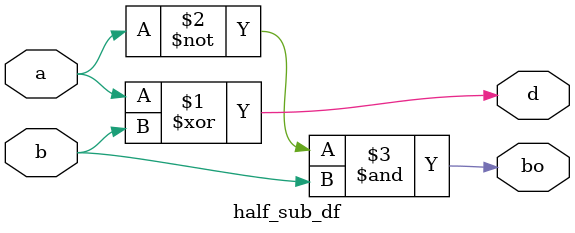
<source format=v>
`timescale 1ns / 1ps


module half_sub_df(output d,bo, input a,b);
assign d=a^b;
assign bo=(~a)&b;
endmodule

</source>
